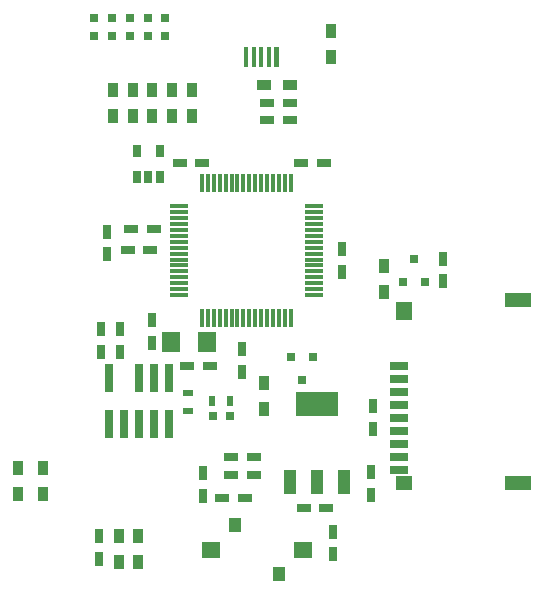
<source format=gbr>
G04 #@! TF.GenerationSoftware,KiCad,Pcbnew,no-vcs-found-7406~56~ubuntu16.10.1*
G04 #@! TF.CreationDate,2016-12-23T22:43:09+01:00*
G04 #@! TF.ProjectId,MysensorsGW,4D7973656E736F727347572E6B696361,rev?*
G04 #@! TF.FileFunction,Paste,Top*
G04 #@! TF.FilePolarity,Positive*
%FSLAX46Y46*%
G04 Gerber Fmt 4.6, Leading zero omitted, Abs format (unit mm)*
G04 Created by KiCad (PCBNEW no-vcs-found-7406~56~ubuntu16.10.1) date Fri Dec 23 22:43:09 2016*
%MOMM*%
%LPD*%
G01*
G04 APERTURE LIST*
%ADD10C,0.100000*%
%ADD11R,0.800000X0.750000*%
%ADD12R,0.500000X0.900000*%
%ADD13R,0.750000X1.200000*%
%ADD14R,0.300000X1.500000*%
%ADD15R,1.500000X0.300000*%
%ADD16R,0.650000X1.060000*%
%ADD17R,1.200000X0.750000*%
%ADD18R,0.900000X1.200000*%
%ADD19R,1.500000X1.400000*%
%ADD20R,1.000000X1.150000*%
%ADD21R,0.797560X0.797560*%
%ADD22R,0.800100X0.800100*%
%ADD23R,3.657600X2.032000*%
%ADD24R,1.016000X2.032000*%
%ADD25R,1.200000X0.900000*%
%ADD26R,0.740000X2.400000*%
%ADD27R,1.500000X1.800000*%
%ADD28R,0.400000X1.700000*%
%ADD29C,0.400000*%
%ADD30R,1.600000X0.700000*%
%ADD31R,2.200000X1.200000*%
%ADD32R,1.400000X1.200000*%
%ADD33R,1.400000X1.600000*%
%ADD34R,0.900000X0.500000*%
G04 APERTURE END LIST*
D10*
D11*
X137751080Y-98348800D03*
X139251080Y-98348800D03*
D12*
X137677280Y-97058480D03*
X139177280Y-97058480D03*
D13*
X128828800Y-82702400D03*
X128828800Y-84602400D03*
D14*
X136839000Y-90028000D03*
X137339000Y-90028000D03*
X137839000Y-90028000D03*
X138339000Y-90028000D03*
X138839000Y-90028000D03*
X139339000Y-90028000D03*
X139839000Y-90028000D03*
X140339000Y-90028000D03*
X140839000Y-90028000D03*
X141339000Y-90028000D03*
X141839000Y-90028000D03*
X142339000Y-90028000D03*
X142839000Y-90028000D03*
X143339000Y-90028000D03*
X143839000Y-90028000D03*
X144339000Y-90028000D03*
D15*
X146289000Y-88078000D03*
X146289000Y-87578000D03*
X146289000Y-87078000D03*
X146289000Y-86578000D03*
X146289000Y-86078000D03*
X146289000Y-85578000D03*
X146289000Y-85078000D03*
X146289000Y-84578000D03*
X146289000Y-84078000D03*
X146289000Y-83578000D03*
X146289000Y-83078000D03*
X146289000Y-82578000D03*
X146289000Y-82078000D03*
X146289000Y-81578000D03*
X146289000Y-81078000D03*
X146289000Y-80578000D03*
D14*
X144339000Y-78628000D03*
X143839000Y-78628000D03*
X143339000Y-78628000D03*
X142839000Y-78628000D03*
X142339000Y-78628000D03*
X141839000Y-78628000D03*
X141339000Y-78628000D03*
X140839000Y-78628000D03*
X140339000Y-78628000D03*
X139839000Y-78628000D03*
X139339000Y-78628000D03*
X138839000Y-78628000D03*
X138339000Y-78628000D03*
X137839000Y-78628000D03*
X137339000Y-78628000D03*
X136839000Y-78628000D03*
D15*
X134889000Y-80578000D03*
X134889000Y-81078000D03*
X134889000Y-81578000D03*
X134889000Y-82078000D03*
X134889000Y-82578000D03*
X134889000Y-83078000D03*
X134889000Y-83578000D03*
X134889000Y-84078000D03*
X134889000Y-84578000D03*
X134889000Y-85078000D03*
X134889000Y-85578000D03*
X134889000Y-86078000D03*
X134889000Y-86578000D03*
X134889000Y-87078000D03*
X134889000Y-87578000D03*
X134889000Y-88078000D03*
D16*
X131348400Y-78120600D03*
X132298400Y-78120600D03*
X133248400Y-78120600D03*
X133248400Y-75920600D03*
X131348400Y-75920600D03*
D17*
X142372000Y-73279000D03*
X144272000Y-73279000D03*
D18*
X121285000Y-102727400D03*
X121285000Y-104927400D03*
X123367800Y-102727400D03*
X123367800Y-104927400D03*
D19*
X145391800Y-109626400D03*
X137591800Y-109626400D03*
D20*
X143341800Y-111701400D03*
X139641800Y-107551400D03*
D21*
X129235200Y-66154300D03*
X129235200Y-64655700D03*
X133743700Y-66154300D03*
X133743700Y-64655700D03*
D18*
X130987800Y-70748800D03*
X130987800Y-72948800D03*
D17*
X147375960Y-106080560D03*
X145475960Y-106080560D03*
D22*
X153837600Y-87005160D03*
X155737600Y-87005160D03*
X154787600Y-85006180D03*
D23*
X146608800Y-97282000D03*
D24*
X146608800Y-103886000D03*
X148894800Y-103886000D03*
X144322800Y-103886000D03*
D13*
X128320800Y-92882800D03*
X128320800Y-90982800D03*
D21*
X127736600Y-66154300D03*
X127736600Y-64655700D03*
D13*
X157251400Y-86903600D03*
X157251400Y-85003600D03*
D17*
X132461000Y-84239100D03*
X130561000Y-84239100D03*
X136855200Y-76911200D03*
X134955200Y-76911200D03*
D13*
X148717000Y-86106000D03*
X148717000Y-84206000D03*
X140233400Y-92684600D03*
X140233400Y-94584600D03*
X147929600Y-110032800D03*
X147929600Y-108132800D03*
X136906000Y-105090000D03*
X136906000Y-103190000D03*
X151282400Y-99385200D03*
X151282400Y-97485200D03*
X151180800Y-104988400D03*
X151180800Y-103088400D03*
D17*
X144267000Y-71818500D03*
X142367000Y-71818500D03*
X141203720Y-101762560D03*
X139303720Y-101762560D03*
D25*
X144292500Y-70294500D03*
X142092500Y-70294500D03*
D18*
X152247600Y-87790200D03*
X152247600Y-85590200D03*
X129336800Y-70748800D03*
X129336800Y-72948800D03*
D17*
X130850600Y-82473800D03*
X132750600Y-82473800D03*
X141203720Y-103306880D03*
X139303720Y-103306880D03*
D13*
X132638800Y-92136000D03*
X132638800Y-90236000D03*
D17*
X135600400Y-94107000D03*
X137500400Y-94107000D03*
D21*
X130733800Y-66154300D03*
X130733800Y-64655700D03*
D18*
X132638800Y-70748800D03*
X132638800Y-72948800D03*
D17*
X145252400Y-76911200D03*
X147152400Y-76911200D03*
D13*
X128143000Y-108524000D03*
X128143000Y-110424000D03*
D18*
X129794000Y-110701000D03*
X129794000Y-108501000D03*
X131445000Y-108501000D03*
X131445000Y-110701000D03*
D21*
X132232400Y-66154300D03*
X132232400Y-64655700D03*
D18*
X134289800Y-70748800D03*
X134289800Y-72948800D03*
X147726400Y-67902000D03*
X147726400Y-65702000D03*
D26*
X134086600Y-95072200D03*
X134086600Y-98972200D03*
X132816600Y-95072200D03*
X132816600Y-98972200D03*
X131546600Y-95072200D03*
X131546600Y-98972200D03*
X130276600Y-98972200D03*
X129006600Y-95072200D03*
X129006600Y-98972200D03*
D27*
X137223500Y-92062300D03*
X134223500Y-92062300D03*
D28*
X141852600Y-67895400D03*
X141202600Y-67895400D03*
X142502600Y-67895400D03*
D29*
X143152600Y-67895400D03*
D10*
G36*
X143352600Y-67045400D02*
X143352600Y-68745400D01*
X142952600Y-68745400D01*
X142952600Y-67045400D01*
X143352600Y-67045400D01*
X143352600Y-67045400D01*
G37*
D28*
X140552600Y-67895400D03*
D22*
X146238000Y-93301820D03*
X144338000Y-93301820D03*
X145288000Y-95300800D03*
D18*
X135991600Y-70748800D03*
X135991600Y-72948800D03*
D30*
X153482400Y-94066000D03*
X153482400Y-95166000D03*
X153482400Y-96266000D03*
X153482400Y-97366000D03*
X153482400Y-98466000D03*
X153482400Y-99566000D03*
X153482400Y-100666000D03*
X153482400Y-101766000D03*
X153482400Y-102866000D03*
D31*
X163582400Y-88516000D03*
D32*
X153982400Y-104016000D03*
D33*
X153982400Y-89416000D03*
D31*
X163582400Y-104016000D03*
D17*
X138572200Y-105232200D03*
X140472200Y-105232200D03*
D13*
X129895600Y-92885300D03*
X129895600Y-90985300D03*
D18*
X142113000Y-95539200D03*
X142113000Y-97739200D03*
D34*
X135686800Y-96369440D03*
X135686800Y-97869440D03*
M02*

</source>
